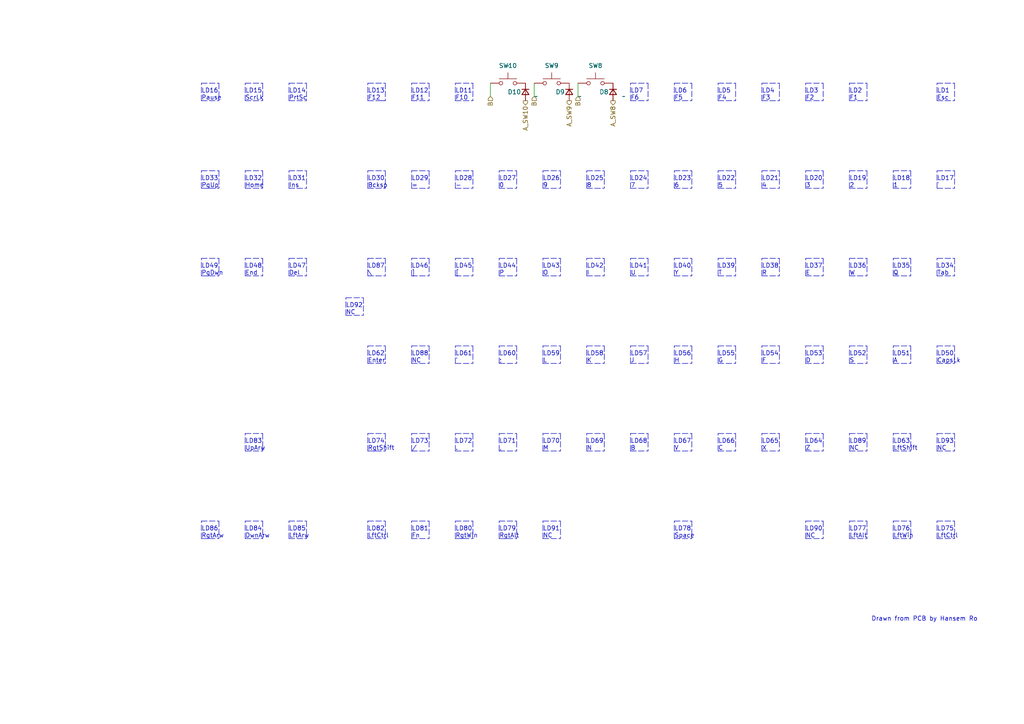
<source format=kicad_sch>
(kicad_sch (version 20211123) (generator eeschema)
  (paper "A4")
  (lib_symbols
    (symbol "Device:D_Small" (pin_numbers hide) (pin_names (offset 0.254) hide)
      (property "Reference" "D" (at -1.27 2.032 0))
      (property "Value" "D_Small" (at -3.81 -2.032 0))
      (symbol "D_Small_0_1"
        (polyline (pts (xy -0.762 -1.016) (xy -0.762 1.016)) (stroke (width 0.254)))
        (polyline (pts (xy -0.762 0) (xy 0.762 0)))
        (polyline (pts (xy 0.762 -1.016) (xy -0.762 0) (xy 0.762 1.016) (xy 0.762 -1.016)) (stroke (width 0.254)))
      )
      (symbol "D_Small_1_1"
        (pin passive line (at -2.54 0 0) (length 1.778) (name "K") (number "1"))
        (pin passive line (at 2.54 0 180) (length 1.778) (name "A") (number "2"))
      )
    )
    (symbol "Switch:SW_Push" (pin_numbers hide) (pin_names (offset 1.016) hide)
      (property "Reference" "SW" (at 1.27 2.54 0))
      (property "Value" "SW_Push" (at 0 -1.524 0))
      (symbol "SW_Push_0_1"
        (circle (center -2.032 0) (radius 0.508))
        (polyline (pts (xy 0 1.27) (xy 0 3.048)))
        (polyline (pts (xy 2.54 1.27) (xy -2.54 1.27)))
        (circle (center 2.032 0) (radius 0.508))
        (pin passive line (at -5.08 0 0) (length 2.54) (name "1") (number "1"))
        (pin passive line (at 5.08 0 180) (length 2.54) (name "2") (number "2"))
      )
    )
  )
  (polyline (pts (xy 226.06 125.73) (xy 226.06 130.81)))
  (polyline (pts (xy 119.38 156.21) (xy 124.46 156.21)))
  (polyline (pts (xy 276.86 151.13) (xy 276.86 156.21)))
  (polyline (pts (xy 271.78 151.13) (xy 276.86 151.13)))
  (polyline (pts (xy 259.08 49.53) (xy 264.16 49.53)))
  (polyline (pts (xy 220.98 24.13) (xy 226.06 24.13)))
  (polyline (pts (xy 226.06 49.53) (xy 226.06 54.61)))
  (polyline (pts (xy 187.96 100.33) (xy 187.96 105.41)))
  (polyline (pts (xy 271.78 80.01) (xy 276.86 80.01)))
  (polyline (pts (xy 157.48 151.13) (xy 162.56 151.13)))
  (polyline (pts (xy 83.82 54.61) (xy 83.82 49.53)))
  (polyline (pts (xy 170.18 130.81) (xy 175.26 130.81)))
  (polyline (pts (xy 175.26 49.53) (xy 175.26 54.61)))
  (polyline (pts (xy 259.08 105.41) (xy 264.16 105.41)))
  (polyline (pts (xy 264.16 151.13) (xy 264.16 156.21)))
  (polyline (pts (xy 106.68 125.73) (xy 111.76 125.73)))
  (polyline (pts (xy 233.68 54.61) (xy 238.76 54.61)))
  (polyline (pts (xy 119.38 80.01) (xy 124.46 80.01)))
  (polyline (pts (xy 259.08 80.01) (xy 264.16 80.01)))
  (polyline (pts (xy 271.78 80.01) (xy 271.78 74.93)))
  (polyline (pts (xy 106.68 105.41) (xy 111.76 105.41)))
  (polyline (pts (xy 132.08 100.33) (xy 137.16 100.33)))
  (polyline (pts (xy 157.48 54.61) (xy 157.48 49.53)))
  (polyline (pts (xy 195.58 125.73) (xy 200.66 125.73)))
  (polyline (pts (xy 200.66 49.53) (xy 200.66 54.61)))
  (polyline (pts (xy 137.16 24.13) (xy 137.16 29.21)))
  (polyline (pts (xy 195.58 80.01) (xy 195.58 74.93)))
  (polyline (pts (xy 195.58 105.41) (xy 200.66 105.41)))
  (polyline (pts (xy 119.38 151.13) (xy 124.46 151.13)))
  (polyline (pts (xy 208.28 105.41) (xy 213.36 105.41)))
  (polyline (pts (xy 246.38 80.01) (xy 251.46 80.01)))
  (polyline (pts (xy 132.08 24.13) (xy 137.16 24.13)))
  (wire (pts (xy 154.94 24.13) (xy 154.94 27.94)))
  (polyline (pts (xy 220.98 49.53) (xy 226.06 49.53)))
  (polyline (pts (xy 144.78 130.81) (xy 149.86 130.81)))
  (polyline (pts (xy 208.28 130.81) (xy 213.36 130.81)))
  (polyline (pts (xy 195.58 54.61) (xy 195.58 49.53)))
  (polyline (pts (xy 195.58 130.81) (xy 195.58 125.73)))
  (polyline (pts (xy 132.08 105.41) (xy 137.16 105.41)))
  (polyline (pts (xy 182.88 54.61) (xy 182.88 49.53)))
  (polyline (pts (xy 246.38 49.53) (xy 251.46 49.53)))
  (polyline (pts (xy 170.18 105.41) (xy 175.26 105.41)))
  (polyline (pts (xy 182.88 105.41) (xy 187.96 105.41)))
  (polyline (pts (xy 144.78 80.01) (xy 149.86 80.01)))
  (polyline (pts (xy 157.48 130.81) (xy 157.48 125.73)))
  (polyline (pts (xy 271.78 24.13) (xy 276.86 24.13)))
  (polyline (pts (xy 88.9 74.93) (xy 88.9 80.01)))
  (polyline (pts (xy 170.18 54.61) (xy 170.18 49.53)))
  (polyline (pts (xy 149.86 49.53) (xy 149.86 54.61)))
  (polyline (pts (xy 251.46 125.73) (xy 251.46 130.81)))
  (polyline (pts (xy 233.68 151.13) (xy 238.76 151.13)))
  (polyline (pts (xy 208.28 130.81) (xy 208.28 125.73)))
  (polyline (pts (xy 106.68 54.61) (xy 106.68 49.53)))
  (polyline (pts (xy 271.78 105.41) (xy 276.86 105.41)))
  (polyline (pts (xy 195.58 130.81) (xy 200.66 130.81)))
  (polyline (pts (xy 132.08 74.93) (xy 137.16 74.93)))
  (polyline (pts (xy 208.28 29.21) (xy 213.36 29.21)))
  (polyline (pts (xy 233.68 49.53) (xy 238.76 49.53)))
  (polyline (pts (xy 144.78 80.01) (xy 144.78 74.93)))
  (polyline (pts (xy 106.68 29.21) (xy 106.68 24.13)))
  (polyline (pts (xy 276.86 24.13) (xy 276.86 29.21)))
  (polyline (pts (xy 246.38 54.61) (xy 251.46 54.61)))
  (polyline (pts (xy 88.9 24.13) (xy 88.9 29.21)))
  (polyline (pts (xy 233.68 29.21) (xy 238.76 29.21)))
  (polyline (pts (xy 213.36 125.73) (xy 213.36 130.81)))
  (polyline (pts (xy 58.42 29.21) (xy 63.5 29.21)))
  (polyline (pts (xy 233.68 54.61) (xy 233.68 49.53)))
  (polyline (pts (xy 58.42 151.13) (xy 63.5 151.13)))
  (polyline (pts (xy 208.28 24.13) (xy 213.36 24.13)))
  (polyline (pts (xy 76.2 125.73) (xy 76.2 130.81)))
  (polyline (pts (xy 137.16 74.93) (xy 137.16 80.01)))
  (polyline (pts (xy 71.12 54.61) (xy 76.2 54.61)))
  (polyline (pts (xy 213.36 49.53) (xy 213.36 54.61)))
  (polyline (pts (xy 233.68 74.93) (xy 238.76 74.93)))
  (polyline (pts (xy 259.08 130.81) (xy 259.08 125.73)))
  (polyline (pts (xy 220.98 105.41) (xy 220.98 100.33)))
  (polyline (pts (xy 124.46 125.73) (xy 124.46 130.81)))
  (polyline (pts (xy 106.68 80.01) (xy 106.68 74.93)))
  (polyline (pts (xy 124.46 74.93) (xy 124.46 80.01)))
  (polyline (pts (xy 105.41 86.36) (xy 105.41 91.44)))
  (polyline (pts (xy 259.08 156.21) (xy 259.08 151.13)))
  (polyline (pts (xy 200.66 125.73) (xy 200.66 130.81)))
  (polyline (pts (xy 88.9 49.53) (xy 88.9 54.61)))
  (polyline (pts (xy 238.76 151.13) (xy 238.76 156.21)))
  (polyline (pts (xy 157.48 105.41) (xy 162.56 105.41)))
  (polyline (pts (xy 246.38 29.21) (xy 251.46 29.21)))
  (polyline (pts (xy 220.98 105.41) (xy 226.06 105.41)))
  (polyline (pts (xy 246.38 105.41) (xy 251.46 105.41)))
  (polyline (pts (xy 58.42 24.13) (xy 63.5 24.13)))
  (polyline (pts (xy 100.33 86.36) (xy 105.41 86.36)))
  (polyline (pts (xy 271.78 130.81) (xy 271.78 125.73)))
  (polyline (pts (xy 132.08 130.81) (xy 132.08 125.73)))
  (polyline (pts (xy 111.76 24.13) (xy 111.76 29.21)))
  (polyline (pts (xy 170.18 130.81) (xy 170.18 125.73)))
  (polyline (pts (xy 238.76 74.93) (xy 238.76 80.01)))
  (polyline (pts (xy 106.68 80.01) (xy 111.76 80.01)))
  (polyline (pts (xy 144.78 54.61) (xy 149.86 54.61)))
  (polyline (pts (xy 271.78 54.61) (xy 276.86 54.61)))
  (polyline (pts (xy 124.46 24.13) (xy 124.46 29.21)))
  (polyline (pts (xy 124.46 49.53) (xy 124.46 54.61)))
  (polyline (pts (xy 71.12 125.73) (xy 76.2 125.73)))
  (polyline (pts (xy 76.2 74.93) (xy 76.2 80.01)))
  (polyline (pts (xy 157.48 156.21) (xy 162.56 156.21)))
  (polyline (pts (xy 182.88 29.21) (xy 187.96 29.21)))
  (polyline (pts (xy 208.28 49.53) (xy 213.36 49.53)))
  (polyline (pts (xy 162.56 49.53) (xy 162.56 54.61)))
  (polyline (pts (xy 76.2 24.13) (xy 76.2 29.21)))
  (polyline (pts (xy 132.08 54.61) (xy 132.08 49.53)))
  (polyline (pts (xy 144.78 49.53) (xy 149.86 49.53)))
  (polyline (pts (xy 276.86 74.93) (xy 276.86 80.01)))
  (polyline (pts (xy 187.96 74.93) (xy 187.96 80.01)))
  (polyline (pts (xy 132.08 49.53) (xy 137.16 49.53)))
  (polyline (pts (xy 83.82 151.13) (xy 88.9 151.13)))
  (polyline (pts (xy 251.46 74.93) (xy 251.46 80.01)))
  (polyline (pts (xy 149.86 74.93) (xy 149.86 80.01)))
  (polyline (pts (xy 200.66 74.93) (xy 200.66 80.01)))
  (polyline (pts (xy 71.12 130.81) (xy 76.2 130.81)))
  (polyline (pts (xy 119.38 100.33) (xy 124.46 100.33)))
  (polyline (pts (xy 111.76 29.21) (xy 110.49 29.21)))
  (polyline (pts (xy 71.12 49.53) (xy 76.2 49.53)))
  (polyline (pts (xy 58.42 74.93) (xy 63.5 74.93)))
  (polyline (pts (xy 71.12 156.21) (xy 76.2 156.21)))
  (polyline (pts (xy 195.58 156.21) (xy 195.58 151.13)))
  (polyline (pts (xy 208.28 74.93) (xy 213.36 74.93)))
  (polyline (pts (xy 246.38 156.21) (xy 246.38 151.13)))
  (polyline (pts (xy 170.18 100.33) (xy 175.26 100.33)))
  (polyline (pts (xy 233.68 80.01) (xy 233.68 74.93)))
  (polyline (pts (xy 182.88 74.93) (xy 187.96 74.93)))
  (polyline (pts (xy 83.82 156.21) (xy 88.9 156.21)))
  (polyline (pts (xy 233.68 125.73) (xy 238.76 125.73)))
  (polyline (pts (xy 246.38 74.93) (xy 251.46 74.93)))
  (polyline (pts (xy 195.58 74.93) (xy 200.66 74.93)))
  (polyline (pts (xy 106.68 105.41) (xy 106.68 100.33)))
  (polyline (pts (xy 220.98 80.01) (xy 220.98 74.93)))
  (polyline (pts (xy 132.08 29.21) (xy 132.08 24.13)))
  (polyline (pts (xy 111.76 74.93) (xy 111.76 80.01)))
  (polyline (pts (xy 271.78 74.93) (xy 276.86 74.93)))
  (polyline (pts (xy 132.08 130.81) (xy 137.16 130.81)))
  (polyline (pts (xy 195.58 49.53) (xy 200.66 49.53)))
  (polyline (pts (xy 175.26 74.93) (xy 175.26 80.01)))
  (polyline (pts (xy 170.18 80.01) (xy 175.26 80.01)))
  (polyline (pts (xy 71.12 29.21) (xy 71.12 24.13)))
  (polyline (pts (xy 246.38 125.73) (xy 251.46 125.73)))
  (polyline (pts (xy 58.42 29.21) (xy 58.42 24.13)))
  (polyline (pts (xy 106.68 151.13) (xy 111.76 151.13)))
  (polyline (pts (xy 106.68 156.21) (xy 111.76 156.21)))
  (polyline (pts (xy 137.16 151.13) (xy 137.16 156.21)))
  (polyline (pts (xy 157.48 80.01) (xy 162.56 80.01)))
  (polyline (pts (xy 271.78 100.33) (xy 276.86 100.33)))
  (polyline (pts (xy 71.12 54.61) (xy 71.12 49.53)))
  (polyline (pts (xy 208.28 80.01) (xy 208.28 74.93)))
  (polyline (pts (xy 119.38 105.41) (xy 119.38 100.33)))
  (polyline (pts (xy 226.06 100.33) (xy 226.06 105.41)))
  (polyline (pts (xy 83.82 74.93) (xy 88.9 74.93)))
  (polyline (pts (xy 182.88 130.81) (xy 187.96 130.81)))
  (polyline (pts (xy 238.76 125.73) (xy 238.76 130.81)))
  (polyline (pts (xy 170.18 54.61) (xy 175.26 54.61)))
  (polyline (pts (xy 233.68 100.33) (xy 238.76 100.33)))
  (polyline (pts (xy 200.66 151.13) (xy 200.66 156.21)))
  (polyline (pts (xy 157.48 125.73) (xy 162.56 125.73)))
  (polyline (pts (xy 271.78 54.61) (xy 271.78 49.53)))
  (polyline (pts (xy 88.9 151.13) (xy 88.9 156.21)))
  (polyline (pts (xy 83.82 54.61) (xy 88.9 54.61)))
  (wire (pts (xy 167.64 24.13) (xy 167.64 27.94)))
  (polyline (pts (xy 170.18 125.73) (xy 175.26 125.73)))
  (polyline (pts (xy 271.78 156.21) (xy 271.78 151.13)))
  (polyline (pts (xy 58.42 49.53) (xy 63.5 49.53)))
  (polyline (pts (xy 271.78 29.21) (xy 276.86 29.21)))
  (polyline (pts (xy 106.68 130.81) (xy 111.76 130.81)))
  (polyline (pts (xy 63.5 151.13) (xy 63.5 156.21)))
  (polyline (pts (xy 246.38 130.81) (xy 246.38 125.73)))
  (polyline (pts (xy 251.46 49.53) (xy 251.46 54.61)))
  (polyline (pts (xy 71.12 29.21) (xy 76.2 29.21)))
  (polyline (pts (xy 246.38 130.81) (xy 251.46 130.81)))
  (polyline (pts (xy 200.66 100.33) (xy 200.66 105.41)))
  (polyline (pts (xy 187.96 125.73) (xy 187.96 130.81)))
  (polyline (pts (xy 271.78 130.81) (xy 276.86 130.81)))
  (polyline (pts (xy 233.68 156.21) (xy 233.68 151.13)))
  (polyline (pts (xy 220.98 54.61) (xy 220.98 49.53)))
  (polyline (pts (xy 162.56 151.13) (xy 162.56 156.21)))
  (polyline (pts (xy 63.5 74.93) (xy 63.5 80.01)))
  (polyline (pts (xy 182.88 125.73) (xy 187.96 125.73)))
  (polyline (pts (xy 271.78 29.21) (xy 271.78 24.13)))
  (polyline (pts (xy 132.08 151.13) (xy 137.16 151.13)))
  (polyline (pts (xy 124.46 151.13) (xy 124.46 156.21)))
  (polyline (pts (xy 58.42 80.01) (xy 58.42 74.93)))
  (polyline (pts (xy 182.88 49.53) (xy 187.96 49.53)))
  (polyline (pts (xy 187.96 24.13) (xy 187.96 29.21)))
  (polyline (pts (xy 200.66 24.13) (xy 200.66 29.21)))
  (polyline (pts (xy 58.42 54.61) (xy 58.42 49.53)))
  (polyline (pts (xy 157.48 49.53) (xy 162.56 49.53)))
  (polyline (pts (xy 195.58 156.21) (xy 200.66 156.21)))
  (polyline (pts (xy 220.98 74.93) (xy 226.06 74.93)))
  (polyline (pts (xy 83.82 80.01) (xy 88.9 80.01)))
  (polyline (pts (xy 220.98 125.73) (xy 226.06 125.73)))
  (polyline (pts (xy 195.58 54.61) (xy 200.66 54.61)))
  (polyline (pts (xy 137.16 100.33) (xy 137.16 105.41)))
  (polyline (pts (xy 106.68 156.21) (xy 106.68 151.13)))
  (polyline (pts (xy 58.42 156.21) (xy 63.5 156.21)))
  (polyline (pts (xy 233.68 80.01) (xy 238.76 80.01)))
  (polyline (pts (xy 259.08 125.73) (xy 264.16 125.73)))
  (polyline (pts (xy 132.08 80.01) (xy 137.16 80.01)))
  (polyline (pts (xy 182.88 54.61) (xy 187.96 54.61)))
  (polyline (pts (xy 71.12 24.13) (xy 76.2 24.13)))
  (polyline (pts (xy 157.48 54.61) (xy 162.56 54.61)))
  (polyline (pts (xy 162.56 74.93) (xy 162.56 80.01)))
  (polyline (pts (xy 124.46 100.33) (xy 124.46 105.41)))
  (polyline (pts (xy 63.5 24.13) (xy 63.5 29.21)))
  (polyline (pts (xy 246.38 80.01) (xy 246.38 74.93)))
  (polyline (pts (xy 220.98 29.21) (xy 220.98 24.13)))
  (polyline (pts (xy 182.88 80.01) (xy 187.96 80.01)))
  (polyline (pts (xy 157.48 100.33) (xy 162.56 100.33)))
  (polyline (pts (xy 182.88 100.33) (xy 187.96 100.33)))
  (polyline (pts (xy 195.58 100.33) (xy 200.66 100.33)))
  (polyline (pts (xy 182.88 24.13) (xy 187.96 24.13)))
  (polyline (pts (xy 162.56 125.73) (xy 162.56 130.81)))
  (polyline (pts (xy 264.16 100.33) (xy 264.16 105.41)))
  (polyline (pts (xy 106.68 74.93) (xy 111.76 74.93)))
  (polyline (pts (xy 144.78 156.21) (xy 144.78 151.13)))
  (polyline (pts (xy 233.68 29.21) (xy 233.68 24.13)))
  (polyline (pts (xy 246.38 105.41) (xy 246.38 100.33)))
  (polyline (pts (xy 71.12 80.01) (xy 71.12 74.93)))
  (polyline (pts (xy 208.28 125.73) (xy 213.36 125.73)))
  (polyline (pts (xy 106.68 49.53) (xy 111.76 49.53)))
  (polyline (pts (xy 271.78 105.41) (xy 271.78 100.33)))
  (polyline (pts (xy 264.16 74.93) (xy 264.16 80.01)))
  (polyline (pts (xy 106.68 29.21) (xy 111.76 29.21)))
  (polyline (pts (xy 144.78 130.81) (xy 144.78 125.73)))
  (polyline (pts (xy 106.68 54.61) (xy 111.76 54.61)))
  (polyline (pts (xy 76.2 49.53) (xy 76.2 54.61)))
  (polyline (pts (xy 233.68 130.81) (xy 233.68 125.73)))
  (polyline (pts (xy 132.08 156.21) (xy 132.08 151.13)))
  (polyline (pts (xy 238.76 24.13) (xy 238.76 29.21)))
  (polyline (pts (xy 58.42 54.61) (xy 63.5 54.61)))
  (polyline (pts (xy 144.78 156.21) (xy 149.86 156.21)))
  (polyline (pts (xy 238.76 49.53) (xy 238.76 54.61)))
  (polyline (pts (xy 119.38 24.13) (xy 124.46 24.13)))
  (polyline (pts (xy 259.08 130.81) (xy 264.16 130.81)))
  (polyline (pts (xy 195.58 24.13) (xy 200.66 24.13)))
  (polyline (pts (xy 271.78 156.21) (xy 276.86 156.21)))
  (polyline (pts (xy 259.08 151.13) (xy 264.16 151.13)))
  (polyline (pts (xy 220.98 80.01) (xy 226.06 80.01)))
  (polyline (pts (xy 76.2 151.13) (xy 76.2 156.21)))
  (polyline (pts (xy 259.08 54.61) (xy 264.16 54.61)))
  (polyline (pts (xy 182.88 29.21) (xy 182.88 24.13)))
  (polyline (pts (xy 144.78 54.61) (xy 144.78 49.53)))
  (polyline (pts (xy 220.98 100.33) (xy 226.06 100.33)))
  (polyline (pts (xy 157.48 74.93) (xy 162.56 74.93)))
  (polyline (pts (xy 195.58 80.01) (xy 200.66 80.01)))
  (polyline (pts (xy 119.38 29.21) (xy 119.38 24.13)))
  (polyline (pts (xy 119.38 54.61) (xy 124.46 54.61)))
  (polyline (pts (xy 137.16 125.73) (xy 137.16 130.81)))
  (polyline (pts (xy 246.38 156.21) (xy 251.46 156.21)))
  (polyline (pts (xy 119.38 54.61) (xy 119.38 49.53)))
  (polyline (pts (xy 83.82 156.21) (xy 83.82 151.13)))
  (polyline (pts (xy 195.58 29.21) (xy 200.66 29.21)))
  (polyline (pts (xy 111.76 100.33) (xy 111.76 105.41)))
  (polyline (pts (xy 251.46 100.33) (xy 251.46 105.41)))
  (polyline (pts (xy 157.48 80.01) (xy 157.48 74.93)))
  (polyline (pts (xy 83.82 49.53) (xy 88.9 49.53)))
  (polyline (pts (xy 233.68 24.13) (xy 238.76 24.13)))
  (polyline (pts (xy 111.76 49.53) (xy 111.76 54.61)))
  (polyline (pts (xy 246.38 151.13) (xy 251.46 151.13)))
  (polyline (pts (xy 259.08 80.01) (xy 259.08 74.93)))
  (polyline (pts (xy 233.68 105.41) (xy 233.68 100.33)))
  (polyline (pts (xy 58.42 80.01) (xy 63.5 80.01)))
  (polyline (pts (xy 132.08 156.21) (xy 137.16 156.21)))
  (polyline (pts (xy 162.56 100.33) (xy 162.56 105.41)))
  (polyline (pts (xy 144.78 100.33) (xy 149.86 100.33)))
  (polyline (pts (xy 213.36 24.13) (xy 213.36 29.21)))
  (polyline (pts (xy 175.26 100.33) (xy 175.26 105.41)))
  (polyline (pts (xy 144.78 105.41) (xy 149.86 105.41)))
  (polyline (pts (xy 119.38 74.93) (xy 124.46 74.93)))
  (polyline (pts (xy 144.78 125.73) (xy 149.86 125.73)))
  (polyline (pts (xy 182.88 80.01) (xy 182.88 74.93)))
  (polyline (pts (xy 246.38 24.13) (xy 251.46 24.13)))
  (polyline (pts (xy 246.38 54.61) (xy 246.38 49.53)))
  (polyline (pts (xy 276.86 100.33) (xy 276.86 105.41)))
  (polyline (pts (xy 213.36 100.33) (xy 213.36 105.41)))
  (polyline (pts (xy 149.86 151.13) (xy 149.86 156.21)))
  (polyline (pts (xy 170.18 80.01) (xy 170.18 74.93)))
  (polyline (pts (xy 119.38 156.21) (xy 119.38 151.13)))
  (polyline (pts (xy 271.78 125.73) (xy 276.86 125.73)))
  (polyline (pts (xy 208.28 54.61) (xy 213.36 54.61)))
  (polyline (pts (xy 83.82 29.21) (xy 83.82 24.13)))
  (polyline (pts (xy 157.48 130.81) (xy 162.56 130.81)))
  (polyline (pts (xy 195.58 151.13) (xy 200.66 151.13)))
  (polyline (pts (xy 175.26 125.73) (xy 175.26 130.81)))
  (polyline (pts (xy 220.98 130.81) (xy 226.06 130.81)))
  (polyline (pts (xy 71.12 151.13) (xy 76.2 151.13)))
  (polyline (pts (xy 182.88 130.81) (xy 182.88 125.73)))
  (polyline (pts (xy 220.98 29.21) (xy 226.06 29.21)))
  (polyline (pts (xy 132.08 54.61) (xy 137.16 54.61)))
  (polyline (pts (xy 170.18 74.93) (xy 175.26 74.93)))
  (polyline (pts (xy 144.78 105.41) (xy 144.78 100.33)))
  (polyline (pts (xy 119.38 29.21) (xy 124.46 29.21)))
  (polyline (pts (xy 132.08 125.73) (xy 137.16 125.73)))
  (polyline (pts (xy 259.08 100.33) (xy 264.16 100.33)))
  (polyline (pts (xy 106.68 100.33) (xy 111.76 100.33)))
  (polyline (pts (xy 144.78 151.13) (xy 149.86 151.13)))
  (polyline (pts (xy 119.38 130.81) (xy 124.46 130.81)))
  (polyline (pts (xy 119.38 125.73) (xy 124.46 125.73)))
  (polyline (pts (xy 111.76 151.13) (xy 111.76 156.21)))
  (polyline (pts (xy 233.68 130.81) (xy 238.76 130.81)))
  (polyline (pts (xy 208.28 29.21) (xy 208.28 24.13)))
  (polyline (pts (xy 259.08 54.61) (xy 259.08 49.53)))
  (polyline (pts (xy 157.48 156.21) (xy 157.48 151.13)))
  (polyline (pts (xy 251.46 24.13) (xy 251.46 29.21)))
  (polyline (pts (xy 187.96 49.53) (xy 187.96 54.61)))
  (polyline (pts (xy 246.38 29.21) (xy 246.38 24.13)))
  (polyline (pts (xy 132.08 105.41) (xy 132.08 100.33)))
  (polyline (pts (xy 119.38 49.53) (xy 124.46 49.53)))
  (polyline (pts (xy 71.12 156.21) (xy 71.12 151.13)))
  (polyline (pts (xy 226.06 24.13) (xy 226.06 29.21)))
  (polyline (pts (xy 259.08 156.21) (xy 264.16 156.21)))
  (polyline (pts (xy 220.98 130.81) (xy 220.98 125.73)))
  (polyline (pts (xy 238.76 100.33) (xy 238.76 105.41)))
  (polyline (pts (xy 119.38 105.41) (xy 124.46 105.41)))
  (polyline (pts (xy 264.16 125.73) (xy 264.16 130.81)))
  (polyline (pts (xy 233.68 105.41) (xy 238.76 105.41)))
  (polyline (pts (xy 208.28 100.33) (xy 213.36 100.33)))
  (polyline (pts (xy 71.12 74.93) (xy 76.2 74.93)))
  (polyline (pts (xy 251.46 151.13) (xy 251.46 156.21)))
  (polyline (pts (xy 71.12 130.81) (xy 71.12 125.73)))
  (polyline (pts (xy 83.82 80.01) (xy 83.82 74.93)))
  (polyline (pts (xy 119.38 80.01) (xy 119.38 74.93)))
  (polyline (pts (xy 276.86 49.53) (xy 276.86 54.61)))
  (polyline (pts (xy 119.38 130.81) (xy 119.38 125.73)))
  (polyline (pts (xy 132.08 80.01) (xy 132.08 74.93)))
  (polyline (pts (xy 195.58 105.41) (xy 195.58 100.33)))
  (polyline (pts (xy 259.08 74.93) (xy 264.16 74.93)))
  (polyline (pts (xy 83.82 29.21) (xy 88.9 29.21)))
  (polyline (pts (xy 100.33 91.44) (xy 100.33 86.36)))
  (polyline (pts (xy 58.42 156.21) (xy 58.42 151.13)))
  (polyline (pts (xy 106.68 130.81) (xy 106.68 125.73)))
  (wire (pts (xy 142.24 24.13) (xy 142.24 27.94)))
  (polyline (pts (xy 157.48 105.41) (xy 157.48 100.33)))
  (polyline (pts (xy 233.68 156.21) (xy 238.76 156.21)))
  (polyline (pts (xy 220.98 54.61) (xy 226.06 54.61)))
  (polyline (pts (xy 208.28 80.01) (xy 213.36 80.01)))
  (polyline (pts (xy 246.38 100.33) (xy 251.46 100.33)))
  (polyline (pts (xy 195.58 29.21) (xy 195.58 24.13)))
  (polyline (pts (xy 149.86 125.73) (xy 149.86 130.81)))
  (polyline (pts (xy 208.28 54.61) (xy 208.28 49.53)))
  (polyline (pts (xy 271.78 49.53) (xy 276.86 49.53)))
  (polyline (pts (xy 83.82 24.13) (xy 88.9 24.13)))
  (polyline (pts (xy 149.86 100.33) (xy 149.86 105.41)))
  (polyline (pts (xy 170.18 105.41) (xy 170.18 100.33)))
  (polyline (pts (xy 63.5 49.53) (xy 63.5 54.61)))
  (polyline (pts (xy 226.06 74.93) (xy 226.06 80.01)))
  (polyline (pts (xy 100.33 91.44) (xy 105.41 91.44)))
  (polyline (pts (xy 111.76 125.73) (xy 111.76 130.81)))
  (polyline (pts (xy 137.16 49.53) (xy 137.16 54.61)))
  (polyline (pts (xy 259.08 105.41) (xy 259.08 100.33)))
  (polyline (pts (xy 106.68 24.13) (xy 111.76 24.13)))
  (polyline (pts (xy 170.18 49.53) (xy 175.26 49.53)))
  (polyline (pts (xy 182.88 105.41) (xy 182.88 100.33)))
  (polyline (pts (xy 276.86 125.73) (xy 276.86 130.81)))
  (polyline (pts (xy 132.08 29.21) (xy 137.16 29.21)))
  (polyline (pts (xy 264.16 49.53) (xy 264.16 54.61)))
  (polyline (pts (xy 144.78 74.93) (xy 149.86 74.93)))
  (polyline (pts (xy 213.36 74.93) (xy 213.36 80.01)))
  (polyline (pts (xy 71.12 80.01) (xy 76.2 80.01)))
  (polyline (pts (xy 208.28 105.41) (xy 208.28 100.33)))
  (text "LD31\nIns" (at 83.82 54.61 0) (effects (font (size 1.27 1.27)) (justify left bottom)))
  (text "LD13\nF12" (at 106.68 29.21 0) (effects (font (size 1.27 1.27)) (justify left bottom)))
  (text "LD20\n3" (at 233.68 54.61 0) (effects (font (size 1.27 1.27)) (justify left bottom)))
  (text "LD67\nV" (at 195.58 130.81 0) (effects (font (size 1.27 1.27)) (justify left bottom)))
  (text "LD73\n/" (at 119.38 130.81 0) (effects (font (size 1.27 1.27)) (justify left bottom)))
  (text "LD55\nG" (at 208.28 105.41 0) (effects (font (size 1.27 1.27)) (justify left bottom)))
  (text "LD88\nNC" (at 119.38 105.41 0) (effects (font (size 1.27 1.27)) (justify left bottom)))
  (text "LD65\nX" (at 220.98 130.81 0) (effects (font (size 1.27 1.27)) (justify left bottom)))
  (text "LD32\nHome" (at 71.12 54.61 0) (effects (font (size 1.27 1.27)) (justify left bottom)))
  (text "LD54\nF" (at 220.98 105.41 0) (effects (font (size 1.27 1.27)) (justify left bottom)))
  (text "LD64\nZ" (at 233.68 130.81 0) (effects (font (size 1.27 1.27)) (justify left bottom)))
  (text "LD87\n\\" (at 106.68 80.01 0) (effects (font (size 1.27 1.27)) (justify left bottom)))
  (text "LD27\n0" (at 144.78 54.61 0) (effects (font (size 1.27 1.27)) (justify left bottom)))
  (text "LD66\nC" (at 208.28 130.81 0) (effects (font (size 1.27 1.27)) (justify left bottom)))
  (text "LD56\nH" (at 195.58 105.41 0) (effects (font (size 1.27 1.27)) (justify left bottom)))
  (text "LD11\nF10" (at 132.08 29.21 0) (effects (font (size 1.27 1.27)) (justify left bottom)))
  (text "LD19\n2" (at 246.38 54.61 0) (effects (font (size 1.27 1.27)) (justify left bottom)))
  (text "LD58\nK" (at 170.18 105.41 0) (effects (font (size 1.27 1.27)) (justify left bottom)))
  (text "LD60\n;" (at 144.78 105.41 0) (effects (font (size 1.27 1.27)) (justify left bottom)))
  (text "LD79\nRgtAlt" (at 144.78 156.21 0) (effects (font (size 1.27 1.27)) (justify left bottom)))
  (text "LD30\nBcksp" (at 106.68 54.61 0) (effects (font (size 1.27 1.27)) (justify left bottom)))
  (text "LD24\n7" (at 182.88 54.61 0) (effects (font (size 1.27 1.27)) (justify left bottom)))
  (text "LD36\nW" (at 246.38 80.01 0) (effects (font (size 1.27 1.27)) (justify left bottom)))
  (text "LD51\nA" (at 259.08 105.41 0) (effects (font (size 1.27 1.27)) (justify left bottom)))
  (text "LD35\nQ" (at 259.08 80.01 0) (effects (font (size 1.27 1.27)) (justify left bottom)))
  (text "LD72\n." (at 132.08 130.81 0) (effects (font (size 1.27 1.27)) (justify left bottom)))
  (text "LD4\nF3" (at 220.98 29.21 0) (effects (font (size 1.27 1.27)) (justify left bottom)))
  (text "LD15\nScrLk" (at 71.12 29.21 0) (effects (font (size 1.27 1.27)) (justify left bottom)))
  (text "LD59\nL" (at 157.48 105.41 0) (effects (font (size 1.27 1.27)) (justify left bottom)))
  (text "LD57\nJ" (at 182.88 105.41 0) (effects (font (size 1.27 1.27)) (justify left bottom)))
  (text "LD40\nY" (at 195.58 80.01 0) (effects (font (size 1.27 1.27)) (justify left bottom)))
  (text "LD74\nRgtShift" (at 106.68 130.81 0) (effects (font (size 1.27 1.27)) (justify left bottom)))
  (text "LD6\nF5" (at 195.58 29.21 0) (effects (font (size 1.27 1.27)) (justify left bottom)))
  (text "LD80\nRgtWin" (at 132.08 156.21 0) (effects (font (size 1.27 1.27)) (justify left bottom)))
  (text "LD50\nCapsLk" (at 271.78 105.41 0) (effects (font (size 1.27 1.27)) (justify left bottom)))
  (text "LD70\nM" (at 157.48 130.81 0) (effects (font (size 1.27 1.27)) (justify left bottom)))
  (text "LD38\nR" (at 220.98 80.01 0) (effects (font (size 1.27 1.27)) (justify left bottom)))
  (text "LD7\nF6" (at 182.88 29.21 0) (effects (font (size 1.27 1.27)) (justify left bottom)))
  (text "Drawn from PCB by Hansem Ro" (at 252.73 180.34 0) (effects (font (size 1.27 1.27)) (justify left bottom)))
  (text "LD84\nDwnArw" (at 71.12 156.21 0) (effects (font (size 1.27 1.27)) (justify left bottom)))
  (text "LD17\n`" (at 271.78 54.61 0) (effects (font (size 1.27 1.27)) (justify left bottom)))
  (text "LD41\nU" (at 182.88 80.01 0) (effects (font (size 1.27 1.27)) (justify left bottom)))
  (text "LD68\nB" (at 182.88 130.81 0) (effects (font (size 1.27 1.27)) (justify left bottom)))
  (text "LD63\nLftShift" (at 259.08 130.81 0) (effects (font (size 1.27 1.27)) (justify left bottom)))
  (text "LD90\nNC" (at 233.68 156.21 0) (effects (font (size 1.27 1.27)) (justify left bottom)))
  (text "LD26\n9" (at 157.48 54.61 0) (effects (font (size 1.27 1.27)) (justify left bottom)))
  (text "LD42\nI" (at 170.18 80.01 0) (effects (font (size 1.27 1.27)) (justify left bottom)))
  (text "LD18\n1" (at 259.08 54.61 0) (effects (font (size 1.27 1.27)) (justify left bottom)))
  (text "LD48\nEnd" (at 71.12 80.01 0) (effects (font (size 1.27 1.27)) (justify left bottom)))
  (text "LD12\nF11" (at 119.38 29.21 0) (effects (font (size 1.27 1.27)) (justify left bottom)))
  (text "LD76\nLftWin" (at 259.08 156.21 0) (effects (font (size 1.27 1.27)) (justify left bottom)))
  (text "LD46\n]" (at 119.38 80.01 0) (effects (font (size 1.27 1.27)) (justify left bottom)))
  (text "LD86\nRgtArw" (at 58.42 156.21 0) (effects (font (size 1.27 1.27)) (justify left bottom)))
  (text "LD29\n=" (at 119.38 54.61 0) (effects (font (size 1.27 1.27)) (justify left bottom)))
  (text "LD71\n," (at 144.78 130.81 0) (effects (font (size 1.27 1.27)) (justify left bottom)))
  (text "LD37\nE" (at 233.68 80.01 0) (effects (font (size 1.27 1.27)) (justify left bottom)))
  (text "LD89\nNC" (at 246.38 130.81 0) (effects (font (size 1.27 1.27)) (justify left bottom)))
  (text "LD5\nF4" (at 208.28 29.21 0) (effects (font (size 1.27 1.27)) (justify left bottom)))
  (text "LD49\nPgDwn" (at 58.42 80.01 0) (effects (font (size 1.27 1.27)) (justify left bottom)))
  (text "LD14\nPrtSc" (at 83.82 29.21 0) (effects (font (size 1.27 1.27)) (justify left bottom)))
  (text "LD44\nP" (at 144.78 80.01 0) (effects (font (size 1.27 1.27)) (justify left bottom)))
  (text "LD21\n4" (at 220.98 54.61 0) (effects (font (size 1.27 1.27)) (justify left bottom)))
  (text "LD3\nF2" (at 233.68 29.21 0) (effects (font (size 1.27 1.27)) (justify left bottom)))
  (text "LD69\nN" (at 170.18 130.81 0) (effects (font (size 1.27 1.27)) (justify left bottom)))
  (text "LD82\nLftCtrl" (at 106.68 156.21 0) (effects (font (size 1.27 1.27)) (justify left bottom)))
  (text "LD28\n-" (at 132.08 54.61 0) (effects (font (size 1.27 1.27)) (justify left bottom)))
  (text "LD1\nEsc" (at 271.78 29.21 0) (effects (font (size 1.27 1.27)) (justify left bottom)))
  (text "LD81\nFn" (at 119.38 156.21 0) (effects (font (size 1.27 1.27)) (justify left bottom)))
  (text "LD39\nT" (at 208.28 80.01 0) (effects (font (size 1.27 1.27)) (justify left bottom)))
  (text "LD45\n[" (at 132.08 80.01 0) (effects (font (size 1.27 1.27)) (justify left bottom)))
  (text "LD93\nNC" (at 271.78 130.81 0) (effects (font (size 1.27 1.27)) (justify left bottom)))
  (text "LD43\nO" (at 157.48 80.01 0) (effects (font (size 1.27 1.27)) (justify left bottom)))
  (text "LD47\nDel" (at 83.82 80.01 0) (effects (font (size 1.27 1.27)) (justify left bottom)))
  (text "LD52\nS" (at 246.38 105.41 0) (effects (font (size 1.27 1.27)) (justify left bottom)))
  (text "LD33\nPgUp" (at 58.42 54.61 0) (effects (font (size 1.27 1.27)) (justify left bottom)))
  (text "LD2\nF1" (at 246.38 29.21 0) (effects (font (size 1.27 1.27)) (justify left bottom)))
  (text "LD91\nNC" (at 157.48 156.21 0) (effects (font (size 1.27 1.27)) (justify left bottom)))
  (text "LD16\nPause" (at 58.42 29.21 0) (effects (font (size 1.27 1.27)) (justify left bottom)))
  (text "LD83\nUpArw" (at 71.12 130.81 0) (effects (font (size 1.27 1.27)) (justify left bottom)))
  (text "LD53\nD" (at 233.68 105.41 0) (effects (font (size 1.27 1.27)) (justify left bottom)))
  (text "LD61\n'" (at 132.08 105.41 0) (effects (font (size 1.27 1.27)) (justify left bottom)))
  (text "LD85\nLftArw" (at 83.82 156.21 0) (effects (font (size 1.27 1.27)) (justify left bottom)))
  (text "LD25\n8" (at 170.18 54.61 0) (effects (font (size 1.27 1.27)) (justify left bottom)))
  (text "LD78\nSpace" (at 195.58 156.21 0) (effects (font (size 1.27 1.27)) (justify left bottom)))
  (text "LD34\nTab" (at 271.78 80.01 0) (effects (font (size 1.27 1.27)) (justify left bottom)))
  (text "LD75\nLftCtrl" (at 271.78 156.21 0) (effects (font (size 1.27 1.27)) (justify left bottom)))
  (text "LD92\nNC" (at 100.33 91.44 0) (effects (font (size 1.27 1.27)) (justify left bottom)))
  (text "LD23\n6" (at 195.58 54.61 0) (effects (font (size 1.27 1.27)) (justify left bottom)))
  (text "LD22\n5" (at 208.28 54.61 0) (effects (font (size 1.27 1.27)) (justify left bottom)))
  (text "LD77\nLftAlt" (at 246.38 156.21 0) (effects (font (size 1.27 1.27)) (justify left bottom)))
  (text "LD62\nEnter" (at 106.68 105.41 0) (effects (font (size 1.27 1.27)) (justify left bottom)))
  (hierarchical_label "A_SW10" (shape output) (at 152.4 29.21 270))
  (hierarchical_label "B" (shape input) (at 154.94 27.94 270))
  (hierarchical_label "A_SW8" (shape output) (at 177.8 29.21 270))
  (hierarchical_label "B" (shape input) (at 167.64 27.94 270))
  (hierarchical_label "A_SW9" (shape output) (at 165.1 29.21 270))
  (hierarchical_label "B" (shape input) (at 142.24 27.94 270))
  (symbol (lib_id "Switch:SW_Push") (at 160.02 24.13 0) (unit 1)
    (property "Reference" "SW9" (at 160.02 19.05 0))
    (property "Value" "~" (at 160.02 19.05 0))
  )
  (symbol (lib_id "Device:D_Small") (at 152.4 26.67 270) (unit 1)
    (property "Reference" "D10" (at 151.13 26.67 90) (effects (justify right)))
    (property "Value" "~" (at 154.94 27.9399 90) (effects (justify left)))
  )
  (symbol (lib_id "Device:D_Small") (at 177.8 26.67 270) (unit 1)
    (property "Reference" "D8" (at 176.53 26.67 90) (effects (justify right)))
    (property "Value" "~" (at 180.34 27.9399 90) (effects (justify left)))
  )
  (symbol (lib_id "Device:D_Small") (at 165.1 26.67 270) (unit 1)
    (property "Reference" "D9" (at 163.83 26.67 90) (effects (justify right)))
    (property "Value" "~" (at 167.64 27.9399 90) (effects (justify left)))
  )
  (symbol (lib_id "Switch:SW_Push") (at 147.32 24.13 0) (unit 1)
    (property "Reference" "SW10" (at 147.32 19.05 0))
    (property "Value" "~" (at 147.32 19.05 0))
  )
  (symbol (lib_id "Switch:SW_Push") (at 172.72 24.13 0) (unit 1)
    (property "Reference" "SW8" (at 172.72 19.05 0))
    (property "Value" "~" (at 172.72 19.05 0))
  )
)
</source>
